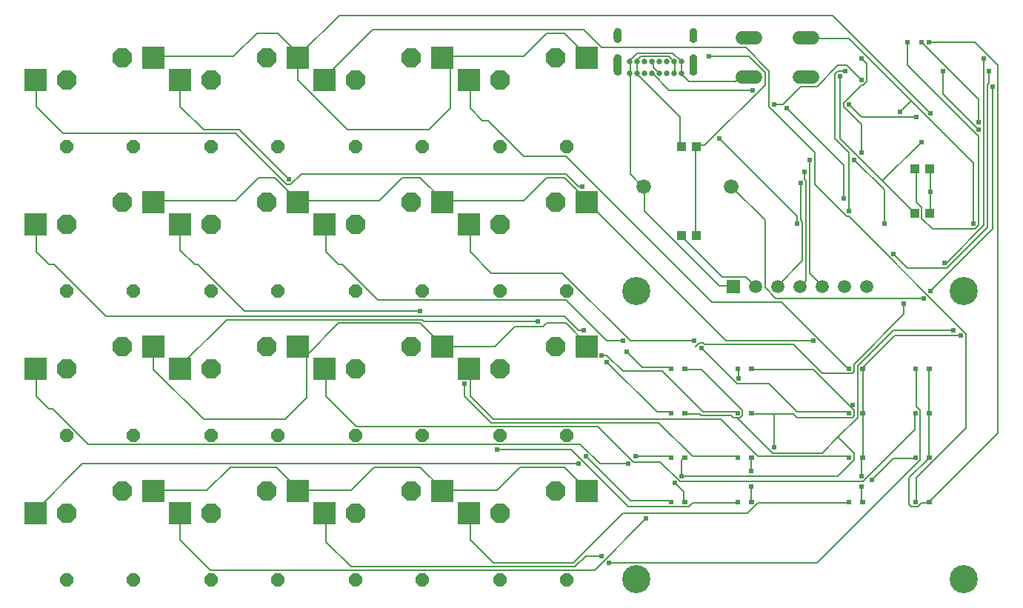
<source format=gbr>
G04 EAGLE Gerber RS-274X export*
G75*
%MOMM*%
%FSLAX34Y34*%
%LPD*%
%INBottom Copper*%
%IPPOS*%
%AMOC8*
5,1,8,0,0,1.08239X$1,22.5*%
G01*
%ADD10R,1.100000X1.000000*%
%ADD11R,1.500000X1.500000*%
%ADD12C,1.500000*%
%ADD13C,3.216000*%
%ADD14R,2.550000X2.500000*%
%ADD15C,1.524000*%
%ADD16C,1.676400*%
%ADD17P,2.435377X8X22.500000*%
%ADD18P,1.623585X8X22.500000*%
%ADD19C,0.040000*%
%ADD20C,0.654000*%
%ADD21C,0.900000*%
%ADD22C,0.152400*%
%ADD23C,0.604000*%

G36*
X732457Y614664D02*
X732457Y614664D01*
X732463Y614670D01*
X732468Y614666D01*
X733419Y614999D01*
X733423Y615006D01*
X733429Y615004D01*
X734282Y615540D01*
X734285Y615548D01*
X734291Y615547D01*
X735003Y616259D01*
X735004Y616268D01*
X735010Y616268D01*
X735546Y617121D01*
X735545Y617129D01*
X735551Y617131D01*
X735884Y618082D01*
X735883Y618083D01*
X735884Y618083D01*
X735883Y618085D01*
X735881Y618090D01*
X735886Y618093D01*
X735999Y619095D01*
X735997Y619098D01*
X735999Y619100D01*
X735999Y634100D01*
X735997Y634103D01*
X735999Y634106D01*
X735886Y635107D01*
X735880Y635113D01*
X735884Y635118D01*
X735551Y636069D01*
X735544Y636073D01*
X735546Y636079D01*
X735010Y636932D01*
X735002Y636935D01*
X735003Y636941D01*
X734291Y637653D01*
X734282Y637654D01*
X734282Y637660D01*
X733429Y638196D01*
X733421Y638195D01*
X733419Y638201D01*
X732468Y638534D01*
X732460Y638531D01*
X732457Y638536D01*
X731456Y638649D01*
X731448Y638645D01*
X731445Y638649D01*
X730443Y638536D01*
X730437Y638530D01*
X730432Y638534D01*
X729481Y638201D01*
X729477Y638194D01*
X729471Y638196D01*
X728618Y637660D01*
X728615Y637652D01*
X728609Y637653D01*
X727897Y636941D01*
X727896Y636932D01*
X727890Y636932D01*
X727354Y636079D01*
X727355Y636071D01*
X727349Y636069D01*
X727016Y635118D01*
X727019Y635110D01*
X727014Y635107D01*
X726901Y634106D01*
X726903Y634102D01*
X726901Y634100D01*
X726901Y619100D01*
X726903Y619097D01*
X726901Y619095D01*
X727014Y618093D01*
X727020Y618087D01*
X727016Y618082D01*
X727349Y617131D01*
X727356Y617127D01*
X727354Y617121D01*
X727890Y616268D01*
X727898Y616265D01*
X727897Y616259D01*
X728609Y615547D01*
X728618Y615546D01*
X728618Y615540D01*
X729471Y615004D01*
X729479Y615005D01*
X729481Y614999D01*
X730432Y614666D01*
X730440Y614669D01*
X730443Y614664D01*
X731445Y614551D01*
X731452Y614555D01*
X731456Y614551D01*
X732457Y614664D01*
G37*
G36*
X818957Y614664D02*
X818957Y614664D01*
X818963Y614670D01*
X818968Y614666D01*
X819919Y614999D01*
X819923Y615006D01*
X819929Y615004D01*
X820782Y615540D01*
X820785Y615548D01*
X820791Y615547D01*
X821503Y616259D01*
X821504Y616268D01*
X821510Y616268D01*
X822046Y617121D01*
X822045Y617129D01*
X822051Y617131D01*
X822384Y618082D01*
X822383Y618083D01*
X822384Y618083D01*
X822383Y618085D01*
X822381Y618090D01*
X822386Y618093D01*
X822499Y619095D01*
X822497Y619098D01*
X822499Y619100D01*
X822499Y634100D01*
X822497Y634103D01*
X822499Y634106D01*
X822386Y635107D01*
X822380Y635113D01*
X822384Y635118D01*
X822051Y636069D01*
X822044Y636073D01*
X822046Y636079D01*
X821510Y636932D01*
X821502Y636935D01*
X821503Y636941D01*
X820791Y637653D01*
X820782Y637654D01*
X820782Y637660D01*
X819929Y638196D01*
X819921Y638195D01*
X819919Y638201D01*
X818968Y638534D01*
X818960Y638531D01*
X818957Y638536D01*
X817956Y638649D01*
X817948Y638645D01*
X817945Y638649D01*
X816943Y638536D01*
X816937Y638530D01*
X816932Y638534D01*
X815981Y638201D01*
X815977Y638194D01*
X815971Y638196D01*
X815118Y637660D01*
X815115Y637652D01*
X815109Y637653D01*
X814397Y636941D01*
X814396Y636932D01*
X814390Y636932D01*
X813854Y636079D01*
X813855Y636071D01*
X813849Y636069D01*
X813516Y635118D01*
X813519Y635110D01*
X813514Y635107D01*
X813401Y634106D01*
X813403Y634102D01*
X813401Y634100D01*
X813401Y619100D01*
X813403Y619097D01*
X813401Y619095D01*
X813514Y618093D01*
X813520Y618087D01*
X813516Y618082D01*
X813849Y617131D01*
X813856Y617127D01*
X813854Y617121D01*
X814390Y616268D01*
X814398Y616265D01*
X814397Y616259D01*
X815109Y615547D01*
X815118Y615546D01*
X815118Y615540D01*
X815971Y615004D01*
X815979Y615005D01*
X815981Y614999D01*
X816932Y614666D01*
X816940Y614669D01*
X816943Y614664D01*
X817945Y614551D01*
X817952Y614555D01*
X817956Y614551D01*
X818957Y614664D01*
G37*
G36*
X818957Y651964D02*
X818957Y651964D01*
X818963Y651970D01*
X818968Y651966D01*
X819919Y652299D01*
X819923Y652306D01*
X819929Y652304D01*
X820782Y652840D01*
X820785Y652848D01*
X820791Y652847D01*
X821503Y653559D01*
X821504Y653568D01*
X821510Y653568D01*
X822046Y654421D01*
X822045Y654429D01*
X822051Y654431D01*
X822384Y655382D01*
X822383Y655383D01*
X822384Y655383D01*
X822383Y655385D01*
X822381Y655390D01*
X822386Y655393D01*
X822499Y656395D01*
X822497Y656398D01*
X822499Y656400D01*
X822499Y664400D01*
X822497Y664403D01*
X822499Y664406D01*
X822386Y665407D01*
X822380Y665413D01*
X822384Y665418D01*
X822051Y666369D01*
X822044Y666373D01*
X822046Y666379D01*
X821510Y667232D01*
X821502Y667235D01*
X821503Y667241D01*
X820791Y667953D01*
X820782Y667954D01*
X820782Y667960D01*
X819929Y668496D01*
X819921Y668495D01*
X819919Y668501D01*
X818968Y668834D01*
X818960Y668831D01*
X818957Y668836D01*
X817956Y668949D01*
X817948Y668945D01*
X817945Y668949D01*
X816943Y668836D01*
X816937Y668830D01*
X816932Y668834D01*
X815981Y668501D01*
X815977Y668494D01*
X815971Y668496D01*
X815118Y667960D01*
X815115Y667952D01*
X815109Y667953D01*
X814397Y667241D01*
X814396Y667232D01*
X814390Y667232D01*
X813854Y666379D01*
X813855Y666371D01*
X813849Y666369D01*
X813516Y665418D01*
X813519Y665411D01*
X813515Y665408D01*
X813515Y665407D01*
X813514Y665407D01*
X813401Y664406D01*
X813403Y664402D01*
X813401Y664400D01*
X813401Y656400D01*
X813403Y656397D01*
X813401Y656395D01*
X813514Y655393D01*
X813520Y655387D01*
X813516Y655382D01*
X813849Y654431D01*
X813856Y654427D01*
X813854Y654421D01*
X814390Y653568D01*
X814398Y653565D01*
X814397Y653559D01*
X815109Y652847D01*
X815118Y652846D01*
X815118Y652840D01*
X815971Y652304D01*
X815979Y652305D01*
X815981Y652299D01*
X816932Y651966D01*
X816940Y651969D01*
X816943Y651964D01*
X817945Y651851D01*
X817952Y651855D01*
X817956Y651851D01*
X818957Y651964D01*
G37*
G36*
X732457Y651964D02*
X732457Y651964D01*
X732463Y651970D01*
X732468Y651966D01*
X733419Y652299D01*
X733423Y652306D01*
X733429Y652304D01*
X734282Y652840D01*
X734285Y652848D01*
X734291Y652847D01*
X735003Y653559D01*
X735004Y653568D01*
X735010Y653568D01*
X735546Y654421D01*
X735545Y654429D01*
X735551Y654431D01*
X735884Y655382D01*
X735883Y655383D01*
X735884Y655383D01*
X735883Y655385D01*
X735881Y655390D01*
X735886Y655393D01*
X735999Y656395D01*
X735997Y656398D01*
X735999Y656400D01*
X735999Y664400D01*
X735997Y664403D01*
X735999Y664406D01*
X735886Y665407D01*
X735880Y665413D01*
X735884Y665418D01*
X735551Y666369D01*
X735544Y666373D01*
X735546Y666379D01*
X735010Y667232D01*
X735002Y667235D01*
X735003Y667241D01*
X734291Y667953D01*
X734282Y667954D01*
X734282Y667960D01*
X733429Y668496D01*
X733421Y668495D01*
X733419Y668501D01*
X732468Y668834D01*
X732460Y668831D01*
X732457Y668836D01*
X731456Y668949D01*
X731448Y668945D01*
X731445Y668949D01*
X730443Y668836D01*
X730437Y668830D01*
X730432Y668834D01*
X729481Y668501D01*
X729477Y668494D01*
X729471Y668496D01*
X728618Y667960D01*
X728615Y667952D01*
X728609Y667953D01*
X727897Y667241D01*
X727896Y667232D01*
X727890Y667232D01*
X727354Y666379D01*
X727355Y666371D01*
X727349Y666369D01*
X727016Y665418D01*
X727019Y665411D01*
X727015Y665408D01*
X727015Y665407D01*
X727014Y665407D01*
X726901Y664406D01*
X726903Y664402D01*
X726901Y664400D01*
X726901Y656400D01*
X726903Y656397D01*
X726901Y656395D01*
X727014Y655393D01*
X727020Y655387D01*
X727016Y655382D01*
X727349Y654431D01*
X727356Y654427D01*
X727354Y654421D01*
X727890Y653568D01*
X727898Y653565D01*
X727897Y653559D01*
X728609Y652847D01*
X728618Y652846D01*
X728618Y652840D01*
X729471Y652304D01*
X729479Y652305D01*
X729481Y652299D01*
X730432Y651966D01*
X730440Y651969D01*
X730443Y651964D01*
X731445Y651851D01*
X731452Y651855D01*
X731456Y651851D01*
X732457Y651964D01*
G37*
D10*
X1088000Y508000D03*
X1071000Y508000D03*
X821300Y533400D03*
X804300Y533400D03*
X1088000Y457200D03*
X1071000Y457200D03*
X821300Y431800D03*
X804300Y431800D03*
D11*
X863600Y373200D03*
D12*
X889000Y373200D03*
X914400Y373200D03*
X939800Y373200D03*
X965200Y373200D03*
X990600Y373200D03*
X1016000Y373200D03*
D13*
X752800Y368200D03*
X1126800Y368200D03*
X752800Y38200D03*
X1126800Y38200D03*
D14*
X200600Y635000D03*
X66100Y609600D03*
X530800Y304800D03*
X396300Y279400D03*
X530800Y139700D03*
X396300Y114300D03*
X695900Y635000D03*
X561400Y609600D03*
X695900Y469900D03*
X561400Y444500D03*
X695900Y304800D03*
X561400Y279400D03*
X695900Y139700D03*
X561400Y114300D03*
D15*
X874268Y657606D02*
X889508Y657606D01*
X889508Y612394D02*
X874268Y612394D01*
X939292Y657606D02*
X954532Y657606D01*
X954532Y612394D02*
X939292Y612394D01*
D14*
X200600Y469900D03*
X66100Y444500D03*
X200600Y304800D03*
X66100Y279400D03*
X365700Y635000D03*
X231200Y609600D03*
X365700Y469900D03*
X231200Y444500D03*
X200600Y139700D03*
X66100Y114300D03*
X365700Y304800D03*
X231200Y279400D03*
X365700Y139700D03*
X231200Y114300D03*
X530800Y635000D03*
X396300Y609600D03*
X530800Y469900D03*
X396300Y444500D03*
D16*
X761530Y487680D03*
X861530Y487680D03*
D17*
X164800Y635000D03*
X101600Y609600D03*
D18*
X101600Y533400D03*
X177800Y533400D03*
D17*
X164800Y469900D03*
X101600Y444500D03*
D18*
X101600Y368300D03*
X177800Y368300D03*
D17*
X164800Y304800D03*
X101600Y279400D03*
D18*
X101600Y203200D03*
X177800Y203200D03*
D17*
X164800Y139700D03*
X101600Y114300D03*
D18*
X101600Y38100D03*
X177800Y38100D03*
D17*
X329900Y304800D03*
X266700Y279400D03*
D18*
X266700Y203200D03*
X342900Y203200D03*
D17*
X495000Y304800D03*
X431800Y279400D03*
D18*
X431800Y203200D03*
X508000Y203200D03*
D17*
X329900Y139700D03*
X266700Y114300D03*
D18*
X266700Y38100D03*
X342900Y38100D03*
D17*
X495000Y139700D03*
X431800Y114300D03*
D18*
X431800Y38100D03*
X508000Y38100D03*
D17*
X660100Y635000D03*
X596900Y609600D03*
D18*
X596900Y533400D03*
X673100Y533400D03*
D17*
X660100Y304800D03*
X596900Y279400D03*
D18*
X596900Y203200D03*
X673100Y203200D03*
D17*
X660100Y469900D03*
X596900Y444500D03*
D18*
X596900Y368300D03*
X673100Y368300D03*
D17*
X660100Y139700D03*
X596900Y114300D03*
D18*
X596900Y38100D03*
X673100Y38100D03*
D17*
X329900Y635000D03*
X266700Y609600D03*
D18*
X266700Y533400D03*
X342900Y533400D03*
D17*
X495000Y635000D03*
X431800Y609600D03*
D18*
X431800Y533400D03*
X508000Y533400D03*
D17*
X329900Y469900D03*
X266700Y444500D03*
D18*
X266700Y368300D03*
X342900Y368300D03*
D17*
X495000Y469900D03*
X431800Y444500D03*
D18*
X431800Y368300D03*
X508000Y368300D03*
D19*
X805650Y281200D02*
X810550Y281200D01*
X810550Y277600D01*
X805650Y277600D01*
X805650Y281200D01*
X805650Y277980D02*
X810550Y277980D01*
X810550Y278360D02*
X805650Y278360D01*
X805650Y278740D02*
X810550Y278740D01*
X810550Y279120D02*
X805650Y279120D01*
X805650Y279500D02*
X810550Y279500D01*
X810550Y279880D02*
X805650Y279880D01*
X805650Y280260D02*
X810550Y280260D01*
X810550Y280640D02*
X805650Y280640D01*
X805650Y281020D02*
X810550Y281020D01*
X794550Y281200D02*
X789650Y281200D01*
X794550Y281200D02*
X794550Y277600D01*
X789650Y277600D01*
X789650Y281200D01*
X789650Y277980D02*
X794550Y277980D01*
X794550Y278360D02*
X789650Y278360D01*
X789650Y278740D02*
X794550Y278740D01*
X794550Y279120D02*
X789650Y279120D01*
X789650Y279500D02*
X794550Y279500D01*
X794550Y279880D02*
X789650Y279880D01*
X789650Y280260D02*
X794550Y280260D01*
X794550Y280640D02*
X789650Y280640D01*
X789650Y281020D02*
X794550Y281020D01*
X805650Y230400D02*
X810550Y230400D01*
X810550Y226800D01*
X805650Y226800D01*
X805650Y230400D01*
X805650Y227180D02*
X810550Y227180D01*
X810550Y227560D02*
X805650Y227560D01*
X805650Y227940D02*
X810550Y227940D01*
X810550Y228320D02*
X805650Y228320D01*
X805650Y228700D02*
X810550Y228700D01*
X810550Y229080D02*
X805650Y229080D01*
X805650Y229460D02*
X810550Y229460D01*
X810550Y229840D02*
X805650Y229840D01*
X805650Y230220D02*
X810550Y230220D01*
X794550Y230400D02*
X789650Y230400D01*
X794550Y230400D02*
X794550Y226800D01*
X789650Y226800D01*
X789650Y230400D01*
X789650Y227180D02*
X794550Y227180D01*
X794550Y227560D02*
X789650Y227560D01*
X789650Y227940D02*
X794550Y227940D01*
X794550Y228320D02*
X789650Y228320D01*
X789650Y228700D02*
X794550Y228700D01*
X794550Y229080D02*
X789650Y229080D01*
X789650Y229460D02*
X794550Y229460D01*
X794550Y229840D02*
X789650Y229840D01*
X789650Y230220D02*
X794550Y230220D01*
X805650Y179600D02*
X810550Y179600D01*
X810550Y176000D01*
X805650Y176000D01*
X805650Y179600D01*
X805650Y176380D02*
X810550Y176380D01*
X810550Y176760D02*
X805650Y176760D01*
X805650Y177140D02*
X810550Y177140D01*
X810550Y177520D02*
X805650Y177520D01*
X805650Y177900D02*
X810550Y177900D01*
X810550Y178280D02*
X805650Y178280D01*
X805650Y178660D02*
X810550Y178660D01*
X810550Y179040D02*
X805650Y179040D01*
X805650Y179420D02*
X810550Y179420D01*
X794550Y179600D02*
X789650Y179600D01*
X794550Y179600D02*
X794550Y176000D01*
X789650Y176000D01*
X789650Y179600D01*
X789650Y176380D02*
X794550Y176380D01*
X794550Y176760D02*
X789650Y176760D01*
X789650Y177140D02*
X794550Y177140D01*
X794550Y177520D02*
X789650Y177520D01*
X789650Y177900D02*
X794550Y177900D01*
X794550Y178280D02*
X789650Y178280D01*
X789650Y178660D02*
X794550Y178660D01*
X794550Y179040D02*
X789650Y179040D01*
X789650Y179420D02*
X794550Y179420D01*
X805650Y128800D02*
X810550Y128800D01*
X810550Y125200D01*
X805650Y125200D01*
X805650Y128800D01*
X805650Y125580D02*
X810550Y125580D01*
X810550Y125960D02*
X805650Y125960D01*
X805650Y126340D02*
X810550Y126340D01*
X810550Y126720D02*
X805650Y126720D01*
X805650Y127100D02*
X810550Y127100D01*
X810550Y127480D02*
X805650Y127480D01*
X805650Y127860D02*
X810550Y127860D01*
X810550Y128240D02*
X805650Y128240D01*
X805650Y128620D02*
X810550Y128620D01*
X794550Y128800D02*
X789650Y128800D01*
X794550Y128800D02*
X794550Y125200D01*
X789650Y125200D01*
X789650Y128800D01*
X789650Y125580D02*
X794550Y125580D01*
X794550Y125960D02*
X789650Y125960D01*
X789650Y126340D02*
X794550Y126340D01*
X794550Y126720D02*
X789650Y126720D01*
X789650Y127100D02*
X794550Y127100D01*
X794550Y127480D02*
X789650Y127480D01*
X789650Y127860D02*
X794550Y127860D01*
X794550Y128240D02*
X789650Y128240D01*
X789650Y128620D02*
X794550Y128620D01*
X881850Y281200D02*
X886750Y281200D01*
X886750Y277600D01*
X881850Y277600D01*
X881850Y281200D01*
X881850Y277980D02*
X886750Y277980D01*
X886750Y278360D02*
X881850Y278360D01*
X881850Y278740D02*
X886750Y278740D01*
X886750Y279120D02*
X881850Y279120D01*
X881850Y279500D02*
X886750Y279500D01*
X886750Y279880D02*
X881850Y279880D01*
X881850Y280260D02*
X886750Y280260D01*
X886750Y280640D02*
X881850Y280640D01*
X881850Y281020D02*
X886750Y281020D01*
X870750Y281200D02*
X865850Y281200D01*
X870750Y281200D02*
X870750Y277600D01*
X865850Y277600D01*
X865850Y281200D01*
X865850Y277980D02*
X870750Y277980D01*
X870750Y278360D02*
X865850Y278360D01*
X865850Y278740D02*
X870750Y278740D01*
X870750Y279120D02*
X865850Y279120D01*
X865850Y279500D02*
X870750Y279500D01*
X870750Y279880D02*
X865850Y279880D01*
X865850Y280260D02*
X870750Y280260D01*
X870750Y280640D02*
X865850Y280640D01*
X865850Y281020D02*
X870750Y281020D01*
X881850Y230400D02*
X886750Y230400D01*
X886750Y226800D01*
X881850Y226800D01*
X881850Y230400D01*
X881850Y227180D02*
X886750Y227180D01*
X886750Y227560D02*
X881850Y227560D01*
X881850Y227940D02*
X886750Y227940D01*
X886750Y228320D02*
X881850Y228320D01*
X881850Y228700D02*
X886750Y228700D01*
X886750Y229080D02*
X881850Y229080D01*
X881850Y229460D02*
X886750Y229460D01*
X886750Y229840D02*
X881850Y229840D01*
X881850Y230220D02*
X886750Y230220D01*
X870750Y230400D02*
X865850Y230400D01*
X870750Y230400D02*
X870750Y226800D01*
X865850Y226800D01*
X865850Y230400D01*
X865850Y227180D02*
X870750Y227180D01*
X870750Y227560D02*
X865850Y227560D01*
X865850Y227940D02*
X870750Y227940D01*
X870750Y228320D02*
X865850Y228320D01*
X865850Y228700D02*
X870750Y228700D01*
X870750Y229080D02*
X865850Y229080D01*
X865850Y229460D02*
X870750Y229460D01*
X870750Y229840D02*
X865850Y229840D01*
X865850Y230220D02*
X870750Y230220D01*
X881850Y179600D02*
X886750Y179600D01*
X886750Y176000D01*
X881850Y176000D01*
X881850Y179600D01*
X881850Y176380D02*
X886750Y176380D01*
X886750Y176760D02*
X881850Y176760D01*
X881850Y177140D02*
X886750Y177140D01*
X886750Y177520D02*
X881850Y177520D01*
X881850Y177900D02*
X886750Y177900D01*
X886750Y178280D02*
X881850Y178280D01*
X881850Y178660D02*
X886750Y178660D01*
X886750Y179040D02*
X881850Y179040D01*
X881850Y179420D02*
X886750Y179420D01*
X870750Y179600D02*
X865850Y179600D01*
X870750Y179600D02*
X870750Y176000D01*
X865850Y176000D01*
X865850Y179600D01*
X865850Y176380D02*
X870750Y176380D01*
X870750Y176760D02*
X865850Y176760D01*
X865850Y177140D02*
X870750Y177140D01*
X870750Y177520D02*
X865850Y177520D01*
X865850Y177900D02*
X870750Y177900D01*
X870750Y178280D02*
X865850Y178280D01*
X865850Y178660D02*
X870750Y178660D01*
X870750Y179040D02*
X865850Y179040D01*
X865850Y179420D02*
X870750Y179420D01*
X881850Y128800D02*
X886750Y128800D01*
X886750Y125200D01*
X881850Y125200D01*
X881850Y128800D01*
X881850Y125580D02*
X886750Y125580D01*
X886750Y125960D02*
X881850Y125960D01*
X881850Y126340D02*
X886750Y126340D01*
X886750Y126720D02*
X881850Y126720D01*
X881850Y127100D02*
X886750Y127100D01*
X886750Y127480D02*
X881850Y127480D01*
X881850Y127860D02*
X886750Y127860D01*
X886750Y128240D02*
X881850Y128240D01*
X881850Y128620D02*
X886750Y128620D01*
X870750Y128800D02*
X865850Y128800D01*
X870750Y128800D02*
X870750Y125200D01*
X865850Y125200D01*
X865850Y128800D01*
X865850Y125580D02*
X870750Y125580D01*
X870750Y125960D02*
X865850Y125960D01*
X865850Y126340D02*
X870750Y126340D01*
X870750Y126720D02*
X865850Y126720D01*
X865850Y127100D02*
X870750Y127100D01*
X870750Y127480D02*
X865850Y127480D01*
X865850Y127860D02*
X870750Y127860D01*
X870750Y128240D02*
X865850Y128240D01*
X865850Y128620D02*
X870750Y128620D01*
X1008850Y281200D02*
X1013750Y281200D01*
X1013750Y277600D01*
X1008850Y277600D01*
X1008850Y281200D01*
X1008850Y277980D02*
X1013750Y277980D01*
X1013750Y278360D02*
X1008850Y278360D01*
X1008850Y278740D02*
X1013750Y278740D01*
X1013750Y279120D02*
X1008850Y279120D01*
X1008850Y279500D02*
X1013750Y279500D01*
X1013750Y279880D02*
X1008850Y279880D01*
X1008850Y280260D02*
X1013750Y280260D01*
X1013750Y280640D02*
X1008850Y280640D01*
X1008850Y281020D02*
X1013750Y281020D01*
X997750Y281200D02*
X992850Y281200D01*
X997750Y281200D02*
X997750Y277600D01*
X992850Y277600D01*
X992850Y281200D01*
X992850Y277980D02*
X997750Y277980D01*
X997750Y278360D02*
X992850Y278360D01*
X992850Y278740D02*
X997750Y278740D01*
X997750Y279120D02*
X992850Y279120D01*
X992850Y279500D02*
X997750Y279500D01*
X997750Y279880D02*
X992850Y279880D01*
X992850Y280260D02*
X997750Y280260D01*
X997750Y280640D02*
X992850Y280640D01*
X992850Y281020D02*
X997750Y281020D01*
X1008850Y230400D02*
X1013750Y230400D01*
X1013750Y226800D01*
X1008850Y226800D01*
X1008850Y230400D01*
X1008850Y227180D02*
X1013750Y227180D01*
X1013750Y227560D02*
X1008850Y227560D01*
X1008850Y227940D02*
X1013750Y227940D01*
X1013750Y228320D02*
X1008850Y228320D01*
X1008850Y228700D02*
X1013750Y228700D01*
X1013750Y229080D02*
X1008850Y229080D01*
X1008850Y229460D02*
X1013750Y229460D01*
X1013750Y229840D02*
X1008850Y229840D01*
X1008850Y230220D02*
X1013750Y230220D01*
X997750Y230400D02*
X992850Y230400D01*
X997750Y230400D02*
X997750Y226800D01*
X992850Y226800D01*
X992850Y230400D01*
X992850Y227180D02*
X997750Y227180D01*
X997750Y227560D02*
X992850Y227560D01*
X992850Y227940D02*
X997750Y227940D01*
X997750Y228320D02*
X992850Y228320D01*
X992850Y228700D02*
X997750Y228700D01*
X997750Y229080D02*
X992850Y229080D01*
X992850Y229460D02*
X997750Y229460D01*
X997750Y229840D02*
X992850Y229840D01*
X992850Y230220D02*
X997750Y230220D01*
X1008850Y179600D02*
X1013750Y179600D01*
X1013750Y176000D01*
X1008850Y176000D01*
X1008850Y179600D01*
X1008850Y176380D02*
X1013750Y176380D01*
X1013750Y176760D02*
X1008850Y176760D01*
X1008850Y177140D02*
X1013750Y177140D01*
X1013750Y177520D02*
X1008850Y177520D01*
X1008850Y177900D02*
X1013750Y177900D01*
X1013750Y178280D02*
X1008850Y178280D01*
X1008850Y178660D02*
X1013750Y178660D01*
X1013750Y179040D02*
X1008850Y179040D01*
X1008850Y179420D02*
X1013750Y179420D01*
X997750Y179600D02*
X992850Y179600D01*
X997750Y179600D02*
X997750Y176000D01*
X992850Y176000D01*
X992850Y179600D01*
X992850Y176380D02*
X997750Y176380D01*
X997750Y176760D02*
X992850Y176760D01*
X992850Y177140D02*
X997750Y177140D01*
X997750Y177520D02*
X992850Y177520D01*
X992850Y177900D02*
X997750Y177900D01*
X997750Y178280D02*
X992850Y178280D01*
X992850Y178660D02*
X997750Y178660D01*
X997750Y179040D02*
X992850Y179040D01*
X992850Y179420D02*
X997750Y179420D01*
X1008850Y128800D02*
X1013750Y128800D01*
X1013750Y125200D01*
X1008850Y125200D01*
X1008850Y128800D01*
X1008850Y125580D02*
X1013750Y125580D01*
X1013750Y125960D02*
X1008850Y125960D01*
X1008850Y126340D02*
X1013750Y126340D01*
X1013750Y126720D02*
X1008850Y126720D01*
X1008850Y127100D02*
X1013750Y127100D01*
X1013750Y127480D02*
X1008850Y127480D01*
X1008850Y127860D02*
X1013750Y127860D01*
X1013750Y128240D02*
X1008850Y128240D01*
X1008850Y128620D02*
X1013750Y128620D01*
X997750Y128800D02*
X992850Y128800D01*
X997750Y128800D02*
X997750Y125200D01*
X992850Y125200D01*
X992850Y128800D01*
X992850Y125580D02*
X997750Y125580D01*
X997750Y125960D02*
X992850Y125960D01*
X992850Y126340D02*
X997750Y126340D01*
X997750Y126720D02*
X992850Y126720D01*
X992850Y127100D02*
X997750Y127100D01*
X997750Y127480D02*
X992850Y127480D01*
X992850Y127860D02*
X997750Y127860D01*
X997750Y128240D02*
X992850Y128240D01*
X992850Y128620D02*
X997750Y128620D01*
X1085050Y281200D02*
X1089950Y281200D01*
X1089950Y277600D01*
X1085050Y277600D01*
X1085050Y281200D01*
X1085050Y277980D02*
X1089950Y277980D01*
X1089950Y278360D02*
X1085050Y278360D01*
X1085050Y278740D02*
X1089950Y278740D01*
X1089950Y279120D02*
X1085050Y279120D01*
X1085050Y279500D02*
X1089950Y279500D01*
X1089950Y279880D02*
X1085050Y279880D01*
X1085050Y280260D02*
X1089950Y280260D01*
X1089950Y280640D02*
X1085050Y280640D01*
X1085050Y281020D02*
X1089950Y281020D01*
X1073950Y281200D02*
X1069050Y281200D01*
X1073950Y281200D02*
X1073950Y277600D01*
X1069050Y277600D01*
X1069050Y281200D01*
X1069050Y277980D02*
X1073950Y277980D01*
X1073950Y278360D02*
X1069050Y278360D01*
X1069050Y278740D02*
X1073950Y278740D01*
X1073950Y279120D02*
X1069050Y279120D01*
X1069050Y279500D02*
X1073950Y279500D01*
X1073950Y279880D02*
X1069050Y279880D01*
X1069050Y280260D02*
X1073950Y280260D01*
X1073950Y280640D02*
X1069050Y280640D01*
X1069050Y281020D02*
X1073950Y281020D01*
X1085050Y230400D02*
X1089950Y230400D01*
X1089950Y226800D01*
X1085050Y226800D01*
X1085050Y230400D01*
X1085050Y227180D02*
X1089950Y227180D01*
X1089950Y227560D02*
X1085050Y227560D01*
X1085050Y227940D02*
X1089950Y227940D01*
X1089950Y228320D02*
X1085050Y228320D01*
X1085050Y228700D02*
X1089950Y228700D01*
X1089950Y229080D02*
X1085050Y229080D01*
X1085050Y229460D02*
X1089950Y229460D01*
X1089950Y229840D02*
X1085050Y229840D01*
X1085050Y230220D02*
X1089950Y230220D01*
X1073950Y230400D02*
X1069050Y230400D01*
X1073950Y230400D02*
X1073950Y226800D01*
X1069050Y226800D01*
X1069050Y230400D01*
X1069050Y227180D02*
X1073950Y227180D01*
X1073950Y227560D02*
X1069050Y227560D01*
X1069050Y227940D02*
X1073950Y227940D01*
X1073950Y228320D02*
X1069050Y228320D01*
X1069050Y228700D02*
X1073950Y228700D01*
X1073950Y229080D02*
X1069050Y229080D01*
X1069050Y229460D02*
X1073950Y229460D01*
X1073950Y229840D02*
X1069050Y229840D01*
X1069050Y230220D02*
X1073950Y230220D01*
X1085050Y179600D02*
X1089950Y179600D01*
X1089950Y176000D01*
X1085050Y176000D01*
X1085050Y179600D01*
X1085050Y176380D02*
X1089950Y176380D01*
X1089950Y176760D02*
X1085050Y176760D01*
X1085050Y177140D02*
X1089950Y177140D01*
X1089950Y177520D02*
X1085050Y177520D01*
X1085050Y177900D02*
X1089950Y177900D01*
X1089950Y178280D02*
X1085050Y178280D01*
X1085050Y178660D02*
X1089950Y178660D01*
X1089950Y179040D02*
X1085050Y179040D01*
X1085050Y179420D02*
X1089950Y179420D01*
X1073950Y179600D02*
X1069050Y179600D01*
X1073950Y179600D02*
X1073950Y176000D01*
X1069050Y176000D01*
X1069050Y179600D01*
X1069050Y176380D02*
X1073950Y176380D01*
X1073950Y176760D02*
X1069050Y176760D01*
X1069050Y177140D02*
X1073950Y177140D01*
X1073950Y177520D02*
X1069050Y177520D01*
X1069050Y177900D02*
X1073950Y177900D01*
X1073950Y178280D02*
X1069050Y178280D01*
X1069050Y178660D02*
X1073950Y178660D01*
X1073950Y179040D02*
X1069050Y179040D01*
X1069050Y179420D02*
X1073950Y179420D01*
X1085050Y128800D02*
X1089950Y128800D01*
X1089950Y125200D01*
X1085050Y125200D01*
X1085050Y128800D01*
X1085050Y125580D02*
X1089950Y125580D01*
X1089950Y125960D02*
X1085050Y125960D01*
X1085050Y126340D02*
X1089950Y126340D01*
X1089950Y126720D02*
X1085050Y126720D01*
X1085050Y127100D02*
X1089950Y127100D01*
X1089950Y127480D02*
X1085050Y127480D01*
X1085050Y127860D02*
X1089950Y127860D01*
X1089950Y128240D02*
X1085050Y128240D01*
X1085050Y128620D02*
X1089950Y128620D01*
X1073950Y128800D02*
X1069050Y128800D01*
X1073950Y128800D02*
X1073950Y125200D01*
X1069050Y125200D01*
X1069050Y128800D01*
X1069050Y125580D02*
X1073950Y125580D01*
X1073950Y125960D02*
X1069050Y125960D01*
X1069050Y126340D02*
X1073950Y126340D01*
X1073950Y126720D02*
X1069050Y126720D01*
X1069050Y127100D02*
X1073950Y127100D01*
X1073950Y127480D02*
X1069050Y127480D01*
X1069050Y127860D02*
X1073950Y127860D01*
X1073950Y128240D02*
X1069050Y128240D01*
X1069050Y128620D02*
X1073950Y128620D01*
D20*
X804450Y616800D03*
X795950Y616800D03*
X787450Y616800D03*
X778950Y616800D03*
X770450Y616800D03*
X761950Y616800D03*
X753450Y616800D03*
X744950Y616800D03*
X744950Y630300D03*
X753450Y630300D03*
X761950Y630300D03*
X770450Y630300D03*
X778950Y630300D03*
X787450Y630300D03*
X795950Y630300D03*
X804450Y630300D03*
D21*
X817950Y660400D03*
X731450Y660400D03*
X817950Y626600D03*
X731450Y626600D03*
D22*
X806704Y138176D02*
X806704Y128016D01*
X806704Y138176D02*
X796544Y148336D01*
X804672Y156464D02*
X804672Y174752D01*
X806704Y176784D01*
X806704Y128016D02*
X808100Y127000D01*
X806704Y176784D02*
X808100Y177800D01*
X808736Y227584D02*
X824992Y227584D01*
X827024Y225552D01*
X861568Y225552D01*
X863600Y223520D01*
X867664Y223520D02*
X871728Y223520D01*
X867664Y223520D02*
X863600Y223520D01*
X871728Y223520D02*
X873760Y225552D01*
X873760Y231648D01*
X827024Y278384D01*
X808736Y278384D01*
X808100Y228600D02*
X808736Y227584D01*
X808736Y278384D02*
X808100Y279400D01*
X1103376Y593344D02*
X1103376Y619760D01*
X1103376Y593344D02*
X1144016Y552704D01*
X1115568Y323088D02*
X1046480Y323088D01*
X1005840Y282448D01*
X1005840Y223520D01*
X983488Y201168D02*
X965200Y182880D01*
X983488Y201168D02*
X1005840Y223520D01*
X965200Y182880D02*
X908304Y182880D01*
X867664Y223520D01*
X804672Y156464D02*
X983488Y156464D01*
X1001776Y174752D01*
X1001776Y182880D01*
X983488Y201168D01*
D23*
X796544Y148336D03*
X804672Y156464D03*
X1103376Y619760D03*
X1144016Y552704D03*
X1115568Y323088D03*
D22*
X1087120Y278384D02*
X1087120Y229616D01*
X1087500Y228600D01*
X1087120Y278384D02*
X1087500Y279400D01*
X1087120Y125984D02*
X1078992Y125984D01*
X1074928Y121920D01*
X1066800Y121920D01*
X1064768Y123952D01*
X1064768Y154432D01*
X1087120Y176784D01*
X1087500Y127000D02*
X1087120Y125984D01*
X1087120Y176784D02*
X1087500Y177800D01*
X1087120Y652272D02*
X1139952Y652272D01*
X1166368Y625856D01*
X1166368Y205232D01*
X1089152Y128016D01*
X1087500Y127000D01*
X1087120Y178816D02*
X1087120Y227584D01*
X1087500Y228600D01*
X1087120Y178816D02*
X1087500Y177800D01*
D23*
X1087120Y652272D03*
D22*
X790448Y280416D02*
X759968Y280416D01*
X741680Y298704D01*
X690880Y487680D02*
X686816Y487680D01*
X672592Y501904D01*
X369824Y501904D01*
X357632Y489712D01*
X353568Y489712D01*
X294640Y548640D01*
X97536Y548640D01*
X67056Y579120D01*
X67056Y609600D01*
X790448Y280416D02*
X792100Y279400D01*
X67056Y609600D02*
X66100Y609600D01*
D23*
X741680Y298704D03*
X690880Y487680D03*
D22*
X776224Y229616D02*
X790448Y229616D01*
X776224Y229616D02*
X719328Y286512D01*
X692912Y323088D02*
X686816Y323088D01*
X670560Y339344D01*
X146304Y339344D01*
X87376Y398272D01*
X81280Y398272D01*
X67056Y412496D01*
X67056Y442976D01*
X790448Y229616D02*
X792100Y228600D01*
X67056Y442976D02*
X66100Y444500D01*
D23*
X719328Y286512D03*
X692912Y323088D03*
D22*
X751840Y178816D02*
X790448Y178816D01*
X743712Y170688D02*
X711200Y170688D01*
X688848Y193040D01*
X125984Y193040D01*
X85344Y233680D01*
X81280Y233680D01*
X67056Y247904D01*
X67056Y278384D01*
X790448Y178816D02*
X792100Y177800D01*
X67056Y278384D02*
X66100Y279400D01*
D23*
X751840Y178816D03*
X743712Y170688D03*
D22*
X745744Y128016D02*
X790448Y128016D01*
X745744Y128016D02*
X694944Y178816D01*
X686816Y170688D02*
X119888Y170688D01*
X65024Y115824D01*
X790448Y128016D02*
X792100Y127000D01*
X66100Y114300D02*
X65024Y115824D01*
D23*
X694944Y178816D03*
X686816Y170688D03*
D22*
X816864Y125984D02*
X867664Y125984D01*
X816864Y125984D02*
X812800Y121920D01*
X743712Y121920D01*
X678688Y186944D01*
X593344Y186944D01*
X355600Y495808D02*
X298704Y552704D01*
X258064Y552704D01*
X231648Y579120D01*
X231648Y609600D01*
X868300Y127000D02*
X867664Y125984D01*
X231648Y609600D02*
X231200Y609600D01*
D23*
X593344Y186944D03*
X355600Y495808D03*
D22*
X816864Y178816D02*
X867664Y178816D01*
X816864Y178816D02*
X778256Y217424D01*
X587248Y217424D01*
X556768Y247904D01*
X556768Y262128D01*
X505968Y345440D02*
X304800Y345440D01*
X251968Y398272D01*
X247904Y398272D01*
X231648Y414528D01*
X231648Y442976D01*
X867664Y178816D02*
X868300Y177800D01*
X231648Y442976D02*
X231200Y444500D01*
D23*
X556768Y262128D03*
X505968Y345440D03*
D22*
X829056Y229616D02*
X867664Y229616D01*
X829056Y229616D02*
X782320Y276352D01*
X737616Y276352D01*
X719328Y294640D01*
X713232Y294640D01*
X640080Y333248D02*
X510032Y333248D01*
X508000Y335280D01*
X284480Y335280D01*
X229616Y280416D01*
X867664Y229616D02*
X868300Y228600D01*
X231200Y279400D02*
X229616Y280416D01*
D23*
X713232Y294640D03*
X640080Y333248D03*
D22*
X869696Y278384D02*
X869696Y268224D01*
X764032Y107696D02*
X705104Y48768D01*
X266192Y48768D01*
X231648Y83312D01*
X231648Y113792D01*
X868300Y279400D02*
X869696Y278384D01*
X231648Y113792D02*
X231200Y114300D01*
D23*
X869696Y268224D03*
X764032Y107696D03*
D22*
X1072896Y128016D02*
X1072896Y154432D01*
X1129792Y211328D01*
X1129792Y319024D01*
X995680Y453136D01*
X993648Y453136D01*
X957072Y489712D01*
X957072Y526288D01*
X904240Y579120D01*
X904240Y619760D01*
X877824Y646176D01*
X713232Y646176D01*
X692912Y666496D01*
X451104Y666496D01*
X398272Y613664D01*
X398272Y609600D01*
X1071500Y127000D02*
X1072896Y128016D01*
X398272Y609600D02*
X396300Y609600D01*
X1046480Y176784D02*
X1070864Y176784D01*
X1046480Y176784D02*
X1022096Y152400D01*
X737616Y310896D02*
X719328Y310896D01*
X672592Y357632D01*
X457200Y357632D01*
X416560Y398272D01*
X412496Y398272D01*
X398272Y412496D01*
X398272Y442976D01*
X1070864Y176784D02*
X1071500Y177800D01*
X398272Y442976D02*
X396300Y444500D01*
D23*
X1022096Y152400D03*
X737616Y310896D03*
D22*
X1070864Y227584D02*
X1070864Y209296D01*
X1011936Y150368D01*
X802640Y150368D01*
X780288Y172720D01*
X749808Y172720D01*
X709168Y213360D01*
X432816Y213360D01*
X398272Y247904D01*
X398272Y278384D01*
X1070864Y227584D02*
X1071500Y228600D01*
X398272Y278384D02*
X396300Y279400D01*
X1072896Y278384D02*
X1072896Y235712D01*
X1076960Y231648D01*
X1076960Y174752D01*
X959104Y56896D01*
X721360Y56896D01*
X713232Y65024D02*
X694944Y65024D01*
X682752Y52832D01*
X426720Y52832D01*
X398272Y81280D01*
X398272Y113792D01*
X1071500Y279400D02*
X1072896Y278384D01*
X398272Y113792D02*
X396300Y114300D01*
D23*
X721360Y56896D03*
X713232Y65024D03*
D22*
X993648Y280416D02*
X918464Y355600D01*
X839216Y355600D01*
X672592Y522224D01*
X623824Y522224D01*
X583184Y562864D01*
X577088Y562864D01*
X562864Y577088D01*
X562864Y609600D01*
X993648Y280416D02*
X995300Y279400D01*
X562864Y609600D02*
X561400Y609600D01*
X936752Y229616D02*
X993648Y229616D01*
X936752Y229616D02*
X904240Y262128D01*
X867664Y262128D01*
X827024Y302768D01*
X818896Y310896D02*
X745744Y310896D01*
X668528Y388112D01*
X587248Y388112D01*
X562864Y412496D01*
X562864Y442976D01*
X993648Y229616D02*
X995300Y228600D01*
X562864Y442976D02*
X561400Y444500D01*
D23*
X827024Y302768D03*
X818896Y310896D03*
D22*
X892048Y178816D02*
X993648Y178816D01*
X892048Y178816D02*
X849376Y221488D01*
X589280Y221488D01*
X562864Y247904D01*
X562864Y278384D01*
X993648Y178816D02*
X995300Y177800D01*
X562864Y278384D02*
X561400Y279400D01*
X892048Y125984D02*
X993648Y125984D01*
X892048Y125984D02*
X879856Y113792D01*
X737616Y113792D01*
X680720Y56896D01*
X589280Y56896D01*
X562864Y83312D01*
X562864Y113792D01*
X993648Y125984D02*
X995300Y127000D01*
X562864Y113792D02*
X561400Y114300D01*
X540512Y636016D02*
X623824Y636016D01*
X540512Y636016D02*
X532384Y636016D01*
X623824Y636016D02*
X650240Y662432D01*
X670560Y662432D01*
X696976Y636016D01*
X532384Y636016D02*
X530800Y635000D01*
X695900Y635000D02*
X696976Y636016D01*
X976884Y683260D02*
X1089152Y570992D01*
X976884Y683260D02*
X413004Y683260D01*
X367792Y638048D02*
X365760Y636016D01*
X367792Y638048D02*
X413004Y683260D01*
X365760Y636016D02*
X365700Y635000D01*
X292608Y636016D02*
X201168Y636016D01*
X292608Y636016D02*
X319024Y662432D01*
X343408Y662432D01*
X367792Y638048D01*
X201168Y636016D02*
X200600Y635000D01*
X365700Y635000D02*
X367792Y638048D01*
X540512Y636016D02*
X540512Y577088D01*
X516128Y552704D01*
X422656Y552704D01*
X365760Y609600D01*
X365760Y633984D01*
X530800Y635000D02*
X540512Y636016D01*
X365760Y633984D02*
X365700Y635000D01*
D23*
X1089152Y570992D03*
D22*
X745744Y617728D02*
X745744Y629920D01*
X745744Y617728D02*
X744950Y616800D01*
X745744Y629920D02*
X744950Y630300D01*
X804672Y629920D02*
X804672Y617728D01*
X804450Y616800D01*
X804672Y629920D02*
X804450Y630300D01*
X753872Y640080D02*
X745744Y631952D01*
X753872Y640080D02*
X794512Y640080D01*
X802640Y631952D01*
X745744Y631952D02*
X744950Y630300D01*
X802640Y631952D02*
X804450Y630300D01*
X871728Y612394D02*
X881888Y612394D01*
X871728Y612394D02*
X866648Y607314D01*
X813054Y607314D01*
X804672Y615696D01*
X804450Y616800D01*
X847344Y373888D02*
X863600Y373888D01*
X847344Y373888D02*
X762000Y459232D01*
X762000Y487680D01*
X863600Y373888D02*
X863600Y373200D01*
X762000Y487680D02*
X761530Y487680D01*
X745744Y501904D02*
X745744Y615696D01*
X745744Y501904D02*
X759968Y487680D01*
X745744Y615696D02*
X744950Y616800D01*
X759968Y487680D02*
X761530Y487680D01*
X1160272Y438912D02*
X1160272Y601472D01*
X1160272Y438912D02*
X1089152Y367792D01*
X1081024Y359664D02*
X912368Y359664D01*
X900176Y371856D01*
X900176Y449072D01*
X861568Y487680D01*
X861530Y487680D01*
D23*
X1160272Y601472D03*
X1089152Y367792D03*
X1081024Y359664D03*
D22*
X262128Y140208D02*
X201168Y140208D01*
X262128Y140208D02*
X288544Y166624D01*
X341376Y166624D01*
X363728Y144272D01*
X363728Y140208D01*
X201168Y140208D02*
X200600Y139700D01*
X363728Y140208D02*
X365700Y139700D01*
X532384Y140208D02*
X593344Y140208D01*
X619760Y166624D01*
X670560Y166624D01*
X696976Y140208D01*
X695900Y139700D01*
X426720Y140208D02*
X365760Y140208D01*
X426720Y140208D02*
X453136Y166624D01*
X505968Y166624D01*
X532384Y140208D01*
X365760Y140208D02*
X365700Y139700D01*
X530800Y139700D02*
X532384Y140208D01*
X804672Y430784D02*
X851408Y384048D01*
X877824Y384048D01*
X887984Y373888D01*
X804672Y430784D02*
X804300Y431800D01*
X887984Y373888D02*
X889000Y373200D01*
X989584Y473456D02*
X989584Y512064D01*
X924560Y577088D01*
X885952Y597408D02*
X790448Y597408D01*
X772160Y615696D01*
X770450Y616800D01*
D23*
X989584Y473456D03*
X924560Y577088D03*
X885952Y597408D03*
D22*
X772160Y623824D02*
X772160Y629920D01*
X772160Y623824D02*
X778256Y617728D01*
X772160Y629920D02*
X770450Y630300D01*
X778256Y617728D02*
X778950Y616800D01*
X936752Y453136D02*
X936752Y445008D01*
X936752Y453136D02*
X847344Y542544D01*
D23*
X936752Y445008D03*
X847344Y542544D03*
D22*
X1036320Y483616D02*
X1036320Y445008D01*
X1036320Y483616D02*
X1001776Y518160D01*
X1009904Y526288D02*
X1009904Y558800D01*
X989584Y579120D01*
X989584Y583184D01*
X1009904Y603504D01*
X1011936Y603504D01*
X1016000Y607568D01*
X1016000Y627888D01*
X1009904Y633984D01*
D23*
X1036320Y445008D03*
X1001776Y518160D03*
X1009904Y526288D03*
X1009904Y633984D03*
D22*
X995680Y526288D02*
X995680Y459232D01*
X995680Y526288D02*
X979424Y542544D01*
X979424Y615696D01*
X983488Y619760D01*
X991616Y619760D01*
D23*
X995680Y459232D03*
X991616Y619760D03*
D22*
X1137920Y514096D02*
X1137920Y445008D01*
X1066800Y585216D02*
X995680Y656336D01*
X1066800Y585216D02*
X1137920Y514096D01*
X995680Y656336D02*
X946912Y656336D01*
X946912Y657606D01*
X1054608Y573024D02*
X1066800Y585216D01*
D23*
X1137920Y445008D03*
X1054608Y573024D03*
D22*
X883920Y144272D02*
X883920Y128016D01*
X883920Y162560D02*
X883920Y176784D01*
X883920Y128016D02*
X884300Y127000D01*
X883920Y176784D02*
X884300Y177800D01*
X910336Y227584D02*
X932688Y227584D01*
X910336Y227584D02*
X885952Y227584D01*
X932688Y227584D02*
X936752Y223520D01*
X999744Y223520D01*
X1001776Y225552D01*
X1001776Y231648D01*
X997712Y235712D02*
X955040Y278384D01*
X997712Y235712D02*
X1001776Y231648D01*
X955040Y278384D02*
X885952Y278384D01*
X884300Y228600D02*
X885952Y227584D01*
X885952Y278384D02*
X884300Y279400D01*
X997712Y235712D02*
X999744Y237744D01*
X910336Y227584D02*
X910336Y188976D01*
D23*
X883920Y144272D03*
X883920Y162560D03*
X999744Y237744D03*
X910336Y188976D03*
D22*
X1009904Y144272D02*
X1009904Y128016D01*
X1009904Y156464D02*
X1009904Y176784D01*
X1009904Y128016D02*
X1011300Y127000D01*
X1009904Y176784D02*
X1011300Y177800D01*
X1011936Y229616D02*
X1011936Y278384D01*
X1011936Y229616D02*
X1011300Y228600D01*
X1011936Y278384D02*
X1011300Y279400D01*
X1144016Y587248D02*
X1078992Y652272D01*
X1144016Y587248D02*
X1144016Y560832D01*
X1123696Y316992D02*
X1048512Y316992D01*
X1011936Y280416D01*
X1011300Y279400D01*
X1011936Y227584D02*
X1011936Y178816D01*
X1011300Y177800D01*
X1011936Y227584D02*
X1011300Y228600D01*
D23*
X1009904Y144272D03*
X1009904Y156464D03*
X1078992Y652272D03*
X1144016Y560832D03*
X1123696Y316992D03*
D22*
X1089152Y481584D02*
X1089152Y508000D01*
X1089152Y481584D02*
X1089152Y457200D01*
X1088000Y457200D01*
X1088000Y508000D02*
X1089152Y508000D01*
X820928Y532384D02*
X820928Y432816D01*
X821300Y431800D01*
X820928Y532384D02*
X821300Y533400D01*
X835660Y636016D02*
X881888Y636016D01*
X900176Y617728D01*
X900176Y603504D01*
X831088Y534416D01*
X822960Y534416D01*
X821300Y533400D01*
D23*
X1089152Y481584D03*
X835660Y636016D03*
D22*
X910336Y581152D02*
X920496Y581152D01*
X940816Y601472D01*
X959104Y601472D01*
X983488Y625856D01*
X993648Y625856D01*
X1009904Y609600D01*
D23*
X910336Y581152D03*
X1009904Y609600D03*
D22*
X796544Y617728D02*
X796544Y629920D01*
X796544Y617728D02*
X795950Y616800D01*
X796544Y629920D02*
X795950Y630300D01*
X802640Y566928D02*
X802640Y534416D01*
X802640Y566928D02*
X753872Y615696D01*
X802640Y534416D02*
X804300Y533400D01*
X753872Y615696D02*
X753450Y616800D01*
X753872Y617728D02*
X753872Y629920D01*
X753450Y630300D01*
X753872Y617728D02*
X753450Y616800D01*
X790448Y636016D02*
X794512Y631952D01*
X790448Y636016D02*
X757936Y636016D01*
X753872Y631952D01*
X794512Y631952D02*
X795950Y630300D01*
X753872Y631952D02*
X753450Y630300D01*
X1072896Y508000D02*
X1072896Y469392D01*
X1078992Y463296D01*
X1078992Y451104D01*
X1091184Y438912D01*
X1139952Y438912D01*
X1144016Y442976D01*
X1144016Y544576D01*
X1062736Y625856D01*
X1062736Y652272D01*
X1071000Y508000D02*
X1072896Y508000D01*
D23*
X1062736Y652272D03*
D22*
X985520Y613664D02*
X985520Y542544D01*
X1034288Y493776D02*
X1070864Y457200D01*
X1034288Y493776D02*
X985520Y542544D01*
X1070864Y457200D02*
X1071000Y457200D01*
X1034288Y493776D02*
X1078992Y538480D01*
D23*
X985520Y613664D03*
X1078992Y538480D03*
D22*
X1072896Y566928D02*
X1009904Y566928D01*
X995680Y581152D01*
D23*
X1072896Y566928D03*
X995680Y581152D03*
D22*
X294640Y471424D02*
X201168Y471424D01*
X294640Y471424D02*
X321056Y497840D01*
X339344Y497840D01*
X365760Y471424D01*
X201168Y471424D02*
X200600Y469900D01*
X855472Y310896D02*
X955040Y310896D01*
X855472Y310896D02*
X696976Y469392D01*
X695900Y469900D01*
X623824Y471424D02*
X532384Y471424D01*
X623824Y471424D02*
X650240Y497840D01*
X670560Y497840D01*
X696976Y471424D01*
X695900Y469900D01*
X459232Y471424D02*
X365760Y471424D01*
X459232Y471424D02*
X485648Y497840D01*
X505968Y497840D01*
X532384Y471424D01*
X365760Y471424D02*
X365700Y469900D01*
X530800Y469900D02*
X532384Y471424D01*
D23*
X955040Y310896D03*
D22*
X201168Y304800D02*
X201168Y278384D01*
X258064Y221488D01*
X351536Y221488D01*
X375920Y245872D01*
X375920Y294640D01*
X365760Y304800D01*
X201168Y304800D02*
X200600Y304800D01*
X365700Y304800D02*
X365760Y304800D01*
X520192Y314960D02*
X530352Y304800D01*
X520192Y314960D02*
X520192Y316992D01*
X505968Y331216D01*
X412496Y331216D01*
X375920Y294640D01*
X530352Y304800D02*
X530800Y304800D01*
X375920Y294640D02*
X365700Y304800D01*
X1150112Y442976D02*
X1150112Y633984D01*
X1150112Y442976D02*
X1107440Y400304D01*
X1105408Y400304D01*
X1058672Y353568D02*
X1058672Y341376D01*
X1001776Y284480D01*
X1001776Y276352D01*
X999744Y274320D01*
X965200Y274320D01*
X932688Y306832D01*
X831088Y306832D01*
X829056Y308864D01*
X824992Y308864D01*
X820928Y304800D01*
X699008Y304800D02*
X695900Y304800D01*
X591312Y304800D02*
X530800Y304800D01*
X591312Y304800D02*
X613664Y327152D01*
X646176Y327152D01*
X650240Y331216D01*
X672592Y331216D01*
X699008Y304800D01*
D23*
X1150112Y633984D03*
X1105408Y400304D03*
X1058672Y353568D03*
D22*
X950976Y388112D02*
X950976Y518160D01*
X950976Y388112D02*
X965200Y373888D01*
X965200Y373200D01*
D23*
X950976Y518160D03*
D22*
X1156208Y605536D02*
X1156208Y619760D01*
X1156208Y605536D02*
X1154176Y603504D01*
X1154176Y440944D01*
X1107440Y394208D01*
X1062736Y394208D01*
X1046480Y410464D01*
D23*
X1156208Y619760D03*
X1046480Y410464D03*
D22*
X940816Y449072D02*
X940816Y491744D01*
X940816Y449072D02*
X942848Y447040D01*
X942848Y402336D01*
X914400Y373888D01*
X914400Y373200D01*
D23*
X940816Y491744D03*
D22*
X944880Y495808D02*
X944880Y503936D01*
X944880Y495808D02*
X946912Y493776D01*
X946912Y379984D01*
X940816Y373888D01*
X939800Y373200D01*
D23*
X944880Y503936D03*
M02*

</source>
